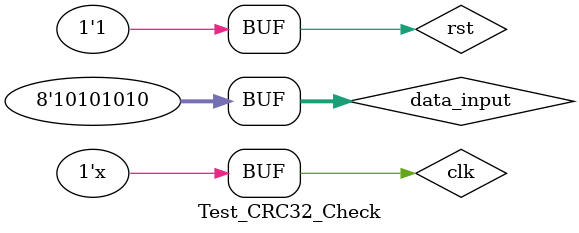
<source format=v>
`timescale 1ns/10ps
module Test_CRC32_Check();
	reg clk;
	reg rst;
	reg [7:0]data_input;
	wire [39:0]data_receive;
	parameter SYS_CLK=10;
CRC32_Check U1(.data(data_input),.rst(rst),.clk(clk),.data_crc(data_receive));
initial 
	begin 
	data_input=8'haa;
	#5 rst=1'b0;
	#10 rst=1'b1;
	#10 clk=1'b0;
	end
always #SYS_CLK clk<=~clk;

endmodule

	

</source>
